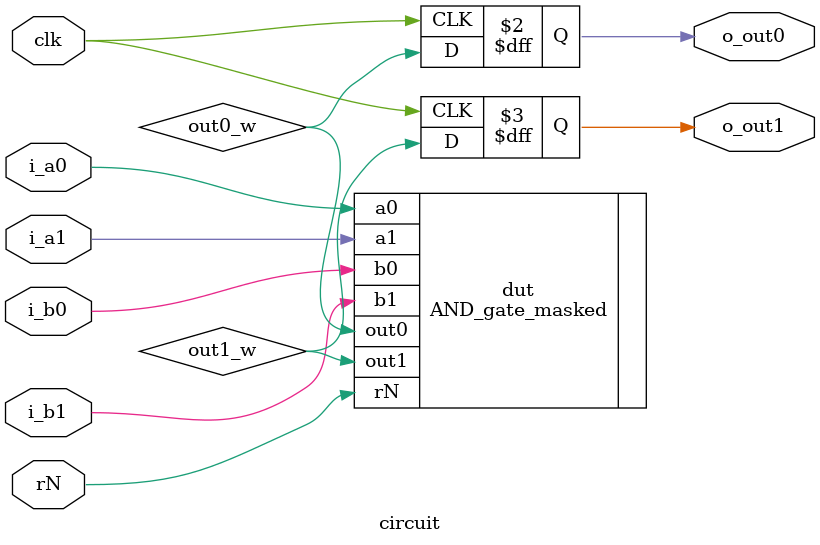
<source format=v>
module circuit (
    input  wire clk,

    input  wire i_a0,
    input  wire i_a1,
    input  wire i_b0,
    input  wire i_b1,
    input  wire rN,

    output reg  o_out0,
    output reg  o_out1
);

    wire out0_w, out1_w;

    // Instantiate masked AND
    AND_gate_masked dut (
        .a0(i_a0),
        .a1(i_a1),
        .b0(i_b0),
        .b1(i_b1),
        .rN(rN),
        .out0(out0_w),
        .out1(out1_w)
    );

    // Register outputs (required by PROLEAD)
    always @(posedge clk) begin
        o_out0 <= out0_w;
        o_out1 <= out1_w;
    end

endmodule

</source>
